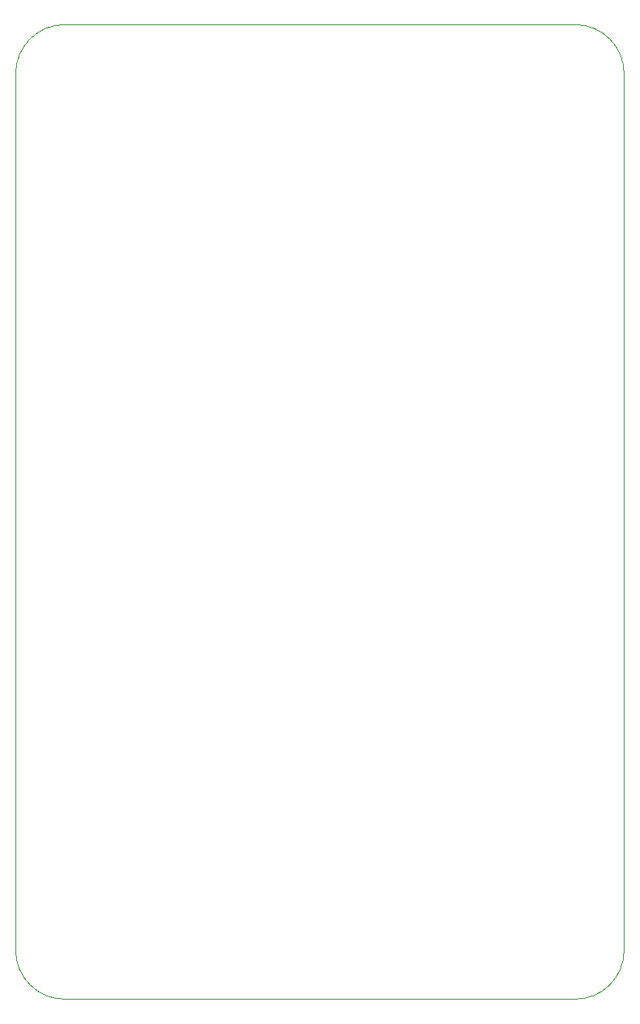
<source format=gm1>
G04 #@! TF.FileFunction,Profile,NP*
%FSLAX46Y46*%
G04 Gerber Fmt 4.6, Leading zero omitted, Abs format (unit mm)*
G04 Created by KiCad (PCBNEW 4.0.6) date 08/28/18 17:29:04*
%MOMM*%
%LPD*%
G01*
G04 APERTURE LIST*
%ADD10C,0.100000*%
G04 APERTURE END LIST*
D10*
X154940000Y-77470000D02*
X154940000Y-168910000D01*
X96520000Y-72390000D02*
X149860000Y-72390000D01*
X91440000Y-168910000D02*
X91440000Y-77470000D01*
X149860000Y-173990000D02*
X96520000Y-173990000D01*
X149860000Y-173990000D02*
G75*
G03X154940000Y-168910000I0J5080000D01*
G01*
X91440000Y-168910000D02*
G75*
G03X96520000Y-173990000I5080000J0D01*
G01*
X154940000Y-77470000D02*
G75*
G03X149860000Y-72390000I-5080000J0D01*
G01*
X96520000Y-72390000D02*
G75*
G03X91440000Y-77470000I0J-5080000D01*
G01*
M02*

</source>
